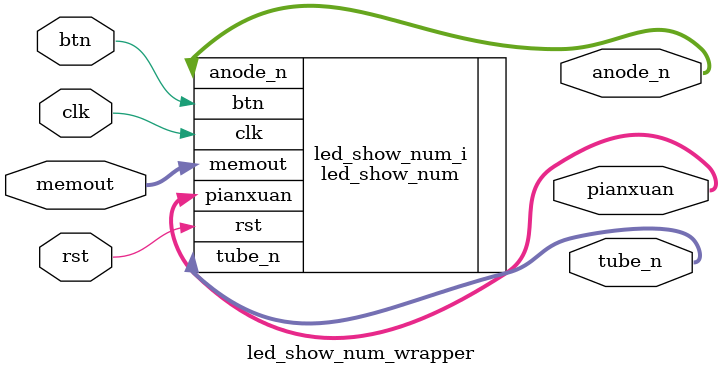
<source format=v>
`timescale 1 ps / 1 ps

module led_show_num_wrapper
   (anode_n,
    btn,
    clk,
    memout,
    pianxuan,
    rst,
    tube_n);
  output [1:0]anode_n;
  input btn;
  input clk;
  input [7:0]memout;
  output [7:0]pianxuan;
  input rst;
  output [7:0]tube_n;

  wire [1:0]anode_n;
  wire btn;
  wire clk;
  wire [7:0]memout;
  wire [7:0]pianxuan;
  wire rst;
  wire [7:0]tube_n;

  led_show_num led_show_num_i
       (.anode_n(anode_n),
        .btn(btn),
        .clk(clk),
        .memout(memout),
        .pianxuan(pianxuan),
        .rst(rst),
        .tube_n(tube_n));
endmodule

</source>
